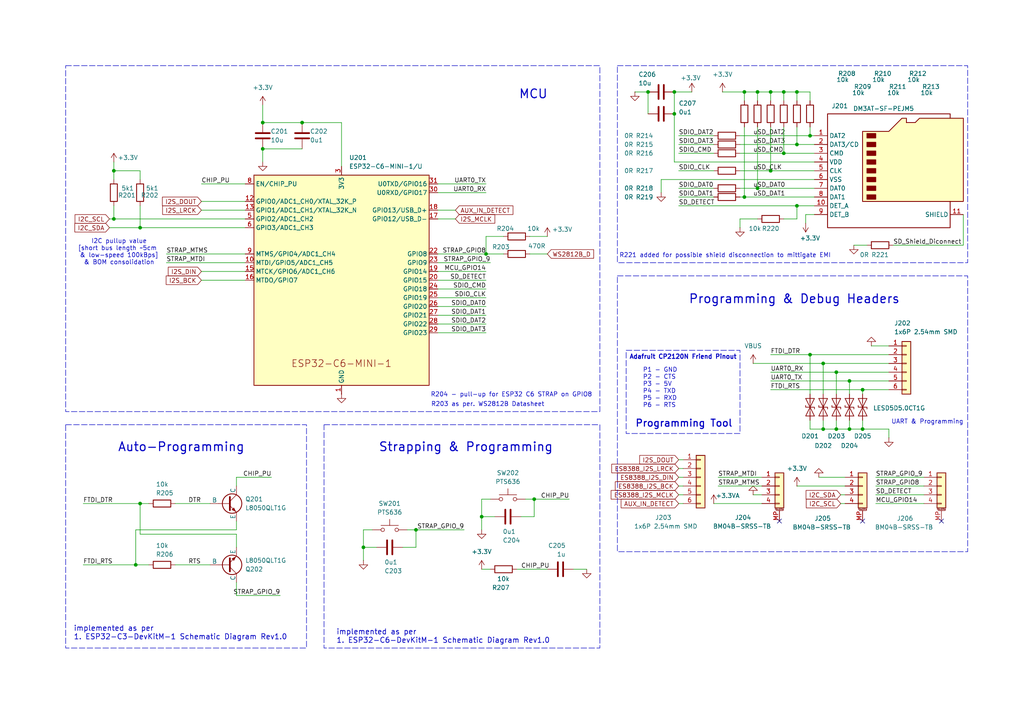
<source format=kicad_sch>
(kicad_sch (version 20231120) (generator "eeschema") (generator_version "8.0")
  (paper "A4")
  (title_block (title "BASM SOUNCARD DEV V0") (date "2025-05-06") (rev "2") (company "BUCHAREST APPLIED STEAM MUSEUM") (comment 1 "Swapped I2C SDA & SCL") (comment 2 "Rearranged Breakout Connectors (I2C & PWR)"))
  (junction (at 219.71 26.67))
  (junction (at 246.38 110.49))
  (junction (at 231.14 26.67))
  (junction (at 231.14 59.69))
  (junction (at 223.52 49.53))
  (junction (at 33.02 63.5))
  (junction (at 39.37 163.83))
  (junction (at 76.2 43.18))
  (junction (at 195.58 26.67))
  (junction (at 227.33 44.45))
  (junction (at 215.9 26.67))
  (junction (at 219.71 54.61))
  (junction (at 223.52 26.67))
  (junction (at 76.2 35.56))
  (junction (at 234.95 39.37))
  (junction (at 40.64 146.05))
  (junction (at 250.19 124.46))
  (junction (at 242.57 107.95))
  (junction (at 139.7 149.86))
  (junction (at 227.33 26.67))
  (junction (at 140.97 73.66))
  (junction (at 154.94 144.78))
  (junction (at 231.14 41.91))
  (junction (at 238.76 124.46))
  (junction (at 120.65 153.67))
  (junction (at 105.41 158.75))
  (junction (at 250.19 113.03))
  (junction (at 215.9 57.15))
  (junction (at 195.58 33.02))
  (junction (at 246.38 124.46))
  (junction (at 187.96 26.67))
  (junction (at 238.76 105.41))
  (junction (at 242.57 124.46))
  (junction (at 33.02 49.53))
  (junction (at 234.95 102.87))
  (junction (at 40.64 66.04))
  (junction (at 87.63 35.56))
  (no_connect (at 273.05 151.13))
  (no_connect (at 226.06 151.13))
  (no_connect (at 250.19 151.13))
  (wire (pts (xy 223.52 49.53) (xy 236.22 49.53)))
  (wire (pts (xy 196.85 133.35) (xy 198.12 133.35)))
  (wire (pts (xy 170.18 165.1) (xy 166.37 165.1)))
  (wire (pts (xy 33.02 63.5) (xy 71.12 63.5)))
  (wire (pts (xy 158.75 73.66) (xy 153.67 73.66)))
  (wire (pts (xy 31.75 63.5) (xy 33.02 63.5)))
  (wire (pts (xy 250.19 121.92) (xy 250.19 124.46)))
  (wire (pts (xy 233.68 62.23) (xy 236.22 62.23)))
  (wire (pts (xy 218.44 143.51) (xy 220.98 143.51)))
  (wire (pts (xy 191.77 55.88) (xy 191.77 52.07)))
  (wire (pts (xy 243.84 146.05) (xy 245.11 146.05)))
  (wire (pts (xy 259.08 71.12) (xy 279.4 71.12)))
  (wire (pts (xy 247.65 71.12) (xy 251.46 71.12)))
  (wire (pts (xy 207.01 146.05) (xy 220.98 146.05)))
  (wire (pts (xy 48.26 73.66) (xy 71.12 73.66)))
  (wire (pts (xy 127 60.96) (xy 132.08 60.96)))
  (wire (pts (xy 257.81 124.46) (xy 250.19 124.46)))
  (wire (pts (xy 234.95 36.83) (xy 234.95 39.37)))
  (wire (pts (xy 127 73.66) (xy 140.97 73.66)))
  (wire (pts (xy 158.75 165.1) (xy 149.86 165.1)))
  (wire (pts (xy 215.9 29.21) (xy 215.9 26.67)))
  (wire (pts (xy 33.02 59.69) (xy 33.02 63.5)))
  (wire (pts (xy 127 53.34) (xy 140.97 53.34)))
  (wire (pts (xy 140.97 73.66) (xy 146.05 73.66)))
  (wire (pts (xy 40.64 146.05) (xy 43.18 146.05)))
  (wire (pts (xy 243.84 143.51) (xy 245.11 143.51)))
  (wire (pts (xy 196.85 57.15) (xy 207.01 57.15)))
  (wire (pts (xy 223.52 29.21) (xy 223.52 26.67)))
  (wire (pts (xy 76.2 43.18) (xy 87.63 43.18)))
  (wire (pts (xy 140.97 68.58) (xy 140.97 73.66)))
  (wire (pts (xy 127 63.5) (xy 132.08 63.5)))
  (wire (pts (xy 99.06 35.56) (xy 87.63 35.56)))
  (wire (pts (xy 215.9 57.15) (xy 236.22 57.15)))
  (wire (pts (xy 40.64 59.69) (xy 40.64 66.04)))
  (wire (pts (xy 99.06 48.26) (xy 99.06 35.56)))
  (wire (pts (xy 227.33 63.5) (xy 231.14 63.5)))
  (wire (pts (xy 214.63 57.15) (xy 215.9 57.15)))
  (wire (pts (xy 58.42 53.34) (xy 71.12 53.34)))
  (wire (pts (xy 246.38 110.49) (xy 257.81 110.49)))
  (wire (pts (xy 127 55.88) (xy 140.97 55.88)))
  (wire (pts (xy 24.13 146.05) (xy 40.64 146.05)))
  (wire (pts (xy 223.52 107.95) (xy 242.57 107.95)))
  (wire (pts (xy 223.52 102.87) (xy 234.95 102.87)))
  (wire (pts (xy 231.14 63.5) (xy 231.14 59.69)))
  (wire (pts (xy 196.85 39.37) (xy 207.01 39.37)))
  (wire (pts (xy 234.95 26.67) (xy 231.14 26.67)))
  (wire (pts (xy 154.94 149.86) (xy 154.94 144.78)))
  (wire (pts (xy 231.14 59.69) (xy 236.22 59.69)))
  (wire (pts (xy 246.38 110.49) (xy 246.38 114.3)))
  (wire (pts (xy 40.64 66.04) (xy 71.12 66.04)))
  (wire (pts (xy 219.71 54.61) (xy 236.22 54.61)))
  (wire (pts (xy 139.7 149.86) (xy 139.7 153.67)))
  (wire (pts (xy 214.63 44.45) (xy 227.33 44.45)))
  (wire (pts (xy 234.95 39.37) (xy 236.22 39.37)))
  (wire (pts (xy 231.14 41.91) (xy 236.22 41.91)))
  (wire (pts (xy 196.85 41.91) (xy 207.01 41.91)))
  (wire (pts (xy 231.14 36.83) (xy 231.14 41.91)))
  (wire (pts (xy 196.85 140.97) (xy 198.12 140.97)))
  (wire (pts (xy 68.58 140.97) (xy 68.58 138.43)))
  (wire (pts (xy 127 76.2) (xy 142.24 76.2)))
  (wire (pts (xy 227.33 26.67) (xy 223.52 26.67)))
  (wire (pts (xy 127 86.36) (xy 140.97 86.36)))
  (wire (pts (xy 227.33 36.83) (xy 227.33 44.45)))
  (wire (pts (xy 196.85 44.45) (xy 207.01 44.45)))
  (wire (pts (xy 195.58 26.67) (xy 195.58 33.02)))
  (wire (pts (xy 48.26 76.2) (xy 71.12 76.2)))
  (wire (pts (xy 39.37 163.83) (xy 43.18 163.83)))
  (wire (pts (xy 214.63 54.61) (xy 219.71 54.61)))
  (wire (pts (xy 68.58 151.13) (xy 68.58 153.67)))
  (wire (pts (xy 234.95 121.92) (xy 234.95 124.46)))
  (wire (pts (xy 219.71 36.83) (xy 219.71 54.61)))
  (wire (pts (xy 116.84 158.75) (xy 120.65 158.75)))
  (wire (pts (xy 242.57 107.95) (xy 242.57 114.3)))
  (wire (pts (xy 33.02 49.53) (xy 40.64 49.53)))
  (wire (pts (xy 214.63 63.5) (xy 219.71 63.5)))
  (wire (pts (xy 215.9 36.83) (xy 215.9 57.15)))
  (wire (pts (xy 214.63 49.53) (xy 223.52 49.53)))
  (wire (pts (xy 242.57 107.95) (xy 257.81 107.95)))
  (wire (pts (xy 214.63 39.37) (xy 234.95 39.37)))
  (wire (pts (xy 196.85 135.89) (xy 198.12 135.89)))
  (wire (pts (xy 238.76 105.41) (xy 238.76 114.3)))
  (wire (pts (xy 254 140.97) (xy 267.97 140.97)))
  (wire (pts (xy 50.8 146.05) (xy 60.96 146.05)))
  (wire (pts (xy 187.96 26.67) (xy 187.96 33.02)))
  (wire (pts (xy 196.85 143.51) (xy 198.12 143.51)))
  (wire (pts (xy 195.58 46.99) (xy 236.22 46.99)))
  (wire (pts (xy 139.7 149.86) (xy 143.51 149.86)))
  (wire (pts (xy 146.05 68.58) (xy 140.97 68.58)))
  (wire (pts (xy 105.41 153.67) (xy 107.95 153.67)))
  (wire (pts (xy 76.2 43.18) (xy 76.2 46.99)))
  (wire (pts (xy 68.58 138.43) (xy 78.74 138.43)))
  (wire (pts (xy 257.81 124.46) (xy 257.81 127)))
  (wire (pts (xy 246.38 124.46) (xy 242.57 124.46)))
  (wire (pts (xy 127 88.9) (xy 140.97 88.9)))
  (wire (pts (xy 234.95 29.21) (xy 234.95 26.67)))
  (wire (pts (xy 40.64 154.94) (xy 40.64 146.05)))
  (wire (pts (xy 254 146.05) (xy 267.97 146.05)))
  (wire (pts (xy 246.38 121.92) (xy 246.38 124.46)))
  (wire (pts (xy 58.42 60.96) (xy 71.12 60.96)))
  (wire (pts (xy 33.02 52.07) (xy 33.02 49.53)))
  (wire (pts (xy 120.65 153.67) (xy 134.62 153.67)))
  (wire (pts (xy 105.41 158.75) (xy 105.41 153.67)))
  (wire (pts (xy 120.65 153.67) (xy 118.11 153.67)))
  (wire (pts (xy 223.52 110.49) (xy 246.38 110.49)))
  (wire (pts (xy 127 91.44) (xy 140.97 91.44)))
  (wire (pts (xy 187.96 26.67) (xy 184.15 26.67)))
  (wire (pts (xy 223.52 26.67) (xy 219.71 26.67)))
  (wire (pts (xy 215.9 26.67) (xy 209.55 26.67)))
  (wire (pts (xy 58.42 81.28) (xy 71.12 81.28)))
  (wire (pts (xy 196.85 49.53) (xy 207.01 49.53)))
  (wire (pts (xy 254 143.51) (xy 267.97 143.51)))
  (wire (pts (xy 238.76 105.41) (xy 257.81 105.41)))
  (wire (pts (xy 250.19 113.03) (xy 250.19 114.3)))
  (wire (pts (xy 219.71 26.67) (xy 215.9 26.67)))
  (wire (pts (xy 279.4 71.12) (xy 279.4 62.23)))
  (wire (pts (xy 234.95 102.87) (xy 257.81 102.87)))
  (wire (pts (xy 227.33 44.45) (xy 236.22 44.45)))
  (wire (pts (xy 39.37 153.67) (xy 39.37 163.83)))
  (wire (pts (xy 227.33 29.21) (xy 227.33 26.67)))
  (wire (pts (xy 234.95 102.87) (xy 234.95 114.3)))
  (wire (pts (xy 68.58 154.94) (xy 40.64 154.94)))
  (wire (pts (xy 127 81.28) (xy 140.97 81.28)))
  (wire (pts (xy 154.94 144.78) (xy 152.4 144.78)))
  (wire (pts (xy 231.14 26.67) (xy 227.33 26.67)))
  (wire (pts (xy 237.49 138.43) (xy 245.11 138.43)))
  (wire (pts (xy 223.52 113.03) (xy 250.19 113.03)))
  (wire (pts (xy 120.65 158.75) (xy 120.65 153.67)))
  (wire (pts (xy 234.95 124.46) (xy 238.76 124.46)))
  (wire (pts (xy 40.64 52.07) (xy 40.64 49.53)))
  (wire (pts (xy 214.63 41.91) (xy 231.14 41.91)))
  (wire (pts (xy 76.2 35.56) (xy 87.63 35.56)))
  (wire (pts (xy 250.19 113.03) (xy 257.81 113.03)))
  (wire (pts (xy 252.73 100.33) (xy 257.81 100.33)))
  (wire (pts (xy 195.58 46.99) (xy 195.58 33.02)))
  (wire (pts (xy 208.28 140.97) (xy 220.98 140.97)))
  (wire (pts (xy 105.41 158.75) (xy 109.22 158.75)))
  (wire (pts (xy 196.85 146.05) (xy 198.12 146.05)))
  (wire (pts (xy 68.58 158.75) (xy 68.58 154.94)))
  (wire (pts (xy 127 93.98) (xy 140.97 93.98)))
  (wire (pts (xy 58.42 58.42) (xy 71.12 58.42)))
  (wire (pts (xy 196.85 138.43) (xy 198.12 138.43)))
  (wire (pts (xy 24.13 163.83) (xy 39.37 163.83)))
  (wire (pts (xy 127 83.82) (xy 140.97 83.82)))
  (wire (pts (xy 139.7 165.1) (xy 142.24 165.1)))
  (wire (pts (xy 68.58 153.67) (xy 39.37 153.67)))
  (wire (pts (xy 139.7 144.78) (xy 142.24 144.78)))
  (wire (pts (xy 250.19 124.46) (xy 246.38 124.46)))
  (wire (pts (xy 196.85 59.69) (xy 231.14 59.69)))
  (wire (pts (xy 105.41 158.75) (xy 105.41 162.56)))
  (wire (pts (xy 214.63 66.04) (xy 214.63 63.5)))
  (wire (pts (xy 231.14 29.21) (xy 231.14 26.67)))
  (wire (pts (xy 208.28 138.43) (xy 220.98 138.43)))
  (wire (pts (xy 154.94 144.78) (xy 165.1 144.78)))
  (wire (pts (xy 139.7 149.86) (xy 139.7 144.78)))
  (wire (pts (xy 200.66 26.67) (xy 195.58 26.67)))
  (wire (pts (xy 196.85 54.61) (xy 207.01 54.61)))
  (wire (pts (xy 68.58 172.72) (xy 81.28 172.72)))
  (wire (pts (xy 127 78.74) (xy 140.97 78.74)))
  (wire (pts (xy 254 138.43) (xy 267.97 138.43)))
  (wire (pts (xy 231.14 140.97) (xy 245.11 140.97)))
  (wire (pts (xy 127 96.52) (xy 140.97 96.52)))
  (wire (pts (xy 242.57 121.92) (xy 242.57 124.46)))
  (wire (pts (xy 31.75 66.04) (xy 40.64 66.04)))
  (wire (pts (xy 233.68 64.77) (xy 233.68 62.23)))
  (wire (pts (xy 238.76 124.46) (xy 242.57 124.46)))
  (wire (pts (xy 238.76 121.92) (xy 238.76 124.46)))
  (wire (pts (xy 58.42 78.74) (xy 71.12 78.74)))
  (wire (pts (xy 68.58 168.91) (xy 68.58 172.72)))
  (wire (pts (xy 153.67 68.58) (xy 158.75 68.58)))
  (wire (pts (xy 151.13 149.86) (xy 154.94 149.86)))
  (wire (pts (xy 218.44 105.41) (xy 238.76 105.41)))
  (wire (pts (xy 191.77 52.07) (xy 236.22 52.07)))
  (wire (pts (xy 223.52 36.83) (xy 223.52 49.53)))
  (wire (pts (xy 50.8 163.83) (xy 60.96 163.83)))
  (wire (pts (xy 76.2 30.48) (xy 76.2 35.56)))
  (wire (pts (xy 219.71 29.21) (xy 219.71 26.67)))
  (wire (pts (xy 33.02 46.99) (xy 33.02 49.53)))
  (rectangle (start 179.07 80.01) (end 280.67 160.02) (stroke (width 0) (type dash)))
  (rectangle (start 181.61 101.6) (end 214.63 125.73) (stroke (width 0) (type dash)))
  (rectangle (start 19.05 19.05) (end 173.99 119.38) (stroke (width 0) (type dash)))
  (rectangle (start 93.98 123.19) (end 173.99 187.96) (stroke (width 0) (type dash)))
  (rectangle (start 179.07 19.05) (end 280.67 76.2) (stroke (width 0) (type dash)))
  (rectangle (start 19.05 123.19) (end 88.9 187.96) (stroke (width 0) (type dash)))
  (text "R203 as per. WS2812B Datasheet\n" (at 141.478 117.348 0) (effects (font (size 1.27 1.27))))
  (text "Adafruit CP2120N Friend Pinout" (at 198.12 103.632 0) (effects (font (size 1.27 1.27) (thickness 0.254) (bold yes))))
  (text "Programming & Debug Headers\n" (at 230.378 86.868 0) (effects (font (size 2.54 2.54) (thickness 0.3175))))
  (text "R221 added for possible shield disconnection to mittigate EMI" (at 210.312 74.168 0) (effects (font (size 1.27 1.27))))
  (text "implemented as per \n1. ESP32-C6-DevKitM-1 Schematic Diagram Rev1.0" (at 97.536 184.658 0) (effects (font (size 1.524 1.524) (thickness 0.1905)) (justify left)))
  (text "UART & Programming" (at 268.986 122.428 0) (effects (font (size 1.27 1.27))))
  (text "Strapping & Programming" (at 135.128 129.794 0) (effects (font (size 2.54 2.54) (thickness 0.3175))))
  (text "R204 - pull-up for ESP32 C6 STRAP on GPIO8\n" (at 148.336 114.554 0) (effects (font (size 1.27 1.27))))
  (text "P1 - GND \nP2 - CTS\nP3 - 5V  \nP4 - TXD \nP5 - RXD \nP6 - RTS " (at 186.436 112.522 0) (effects (font (size 1.27 1.27)) (justify left)))
  (text "I2C pullup value\n[short bus length ~5cm \n& low-speed 100kBps]\n& BOM consolidation" (at 34.544 73.152 0) (effects (font (size 1.27 1.27))))
  (text "MCU" (at 154.686 27.432 0) (effects (font (size 2.54 2.54) (thickness 0.3175))))
  (text "Programming Tool" (at 198.374 122.936 0) (effects (font (size 2.032 2.032) (thickness 0.3175))))
  (text "implemented as per \n1. ESP32-C3-DevKitM-1 Schematic Diagram Rev1.0" (at 21.336 183.642 0) (effects (font (size 1.524 1.524) (thickness 0.1905)) (justify left)))
  (text "Auto-Programming" (at 52.578 129.794 0) (effects (font (size 2.54 2.54) (thickness 0.3175))))
  (label "STRAP_GPIO8" (at 254 140.97 0))
  (label "SDIO_CLK" (at 196.85 49.53 0))
  (label "UART0_TX" (at 140.97 53.34 180))
  (label "MCU_GPIO14" (at 254 146.05 0))
  (label "SD_Shield_Diconnect" (at 259.08 71.12 0))
  (label "SD_DETECT" (at 196.85 59.69 0))
  (label "SDIO_DAT0" (at 196.85 54.61 0))
  (label "STRAP_MTMS" (at 208.28 140.97 0))
  (label "FTDI_RTS" (at 223.52 113.03 0))
  (label "STRAP_GPIO_9" (at 142.24 76.2 180))
  (label "uSD_DAT0" (at 218.44 54.61 0))
  (label "SDIO_DAT2" (at 140.97 93.98 180))
  (label "uSD_CLK" (at 218.44 49.53 0))
  (label "SDIO_CMD" (at 196.85 44.45 0))
  (label "CHIP_PU" (at 151.13 165.1 0))
  (label "UART0_TX" (at 223.52 110.49 0))
  (label "uSD_DAT1" (at 218.44 57.15 0))
  (label "SD_DETECT" (at 140.97 81.28 180))
  (label "FTDI_RTS" (at 24.13 163.83 0))
  (label "SDIO_DAT0" (at 140.97 88.9 180))
  (label "uSD_DAT2" (at 218.44 39.37 0))
  (label "STRAP_GPIO_9" (at 254 138.43 0))
  (label "SDIO_DAT3" (at 140.97 96.52 180))
  (label "uSD_DAT3" (at 218.44 41.91 0))
  (label "SDIO_DAT1" (at 196.85 57.15 0))
  (label "CHIP_PU" (at 58.42 53.34 0))
  (label "SDIO_CLK" (at 140.97 86.36 180))
  (label "SDIO_DAT1" (at 140.97 91.44 180))
  (label "uSD_CMD" (at 218.44 44.45 0))
  (label "CHIP_PU" (at 78.74 138.43 180))
  (label "UART0_RX" (at 223.52 107.95 0))
  (label "STRAP_GPIO8" (at 140.97 73.66 180))
  (label "SDIO_DAT2" (at 196.85 39.37 0))
  (label "STRAP_GPIO_9" (at 134.62 153.67 180))
  (label "CHIP_PU" (at 165.1 144.78 180))
  (label "FTDI_DTR" (at 223.52 102.87 0))
  (label "FTDI_DTR" (at 24.13 146.05 0))
  (label "SD_DETECT" (at 254 143.51 0))
  (label "STRAP_GPIO_9" (at 81.28 172.72 180))
  (label "STRAP_MTDI" (at 208.28 138.43 0))
  (label "MCU_GPIO14" (at 140.97 78.74 180))
  (label "RTS" (at 54.61 163.83 0))
  (label "UART0_RX" (at 140.97 55.88 180))
  (label "DTR" (at 54.61 146.05 0))
  (label "SDIO_DAT3" (at 196.85 41.91 0))
  (label "SDIO_CMD" (at 140.97 83.82 180))
  (label "STRAP_MTDI" (at 48.26 76.2 0))
  (label "STRAP_MTMS" (at 48.26 73.66 0))
  (global_label "WS2812B_D" (shape input) (at 158.75 73.66 0) (property "Intersheetrefs" "${INTERSHEET_REFS}" (effects (hide yes))))
  (global_label "I2S_MCLK" (shape input) (at 132.08 63.5 0) (property "Intersheetrefs" "${INTERSHEET_REFS}" (effects (hide yes))))
  (global_label "AUX_IN_DETECT" (shape input) (at 196.85 146.05 180) (property "Intersheetrefs" "${INTERSHEET_REFS}" (effects (hide yes))))
  (global_label "I2C_SCL" (shape input) (at 243.84 146.05 180) (property "Intersheetrefs" "${INTERSHEET_REFS}" (effects (hide yes))))
  (global_label "ES8388_I2S_DIN" (shape input) (at 196.85 138.43 180) (property "Intersheetrefs" "${INTERSHEET_REFS}" (effects (hide yes))))
  (global_label "I2S_BCK" (shape input) (at 58.42 81.28 180) (property "Intersheetrefs" "${INTERSHEET_REFS}" (effects (hide yes))))
  (global_label "ES8388_I2S_LRCK" (shape input) (at 196.85 135.89 180) (property "Intersheetrefs" "${INTERSHEET_REFS}" (effects (hide yes))))
  (global_label "I2C_SCL" (shape input) (at 31.75 63.5 180) (property "Intersheetrefs" "${INTERSHEET_REFS}" (effects (hide yes))))
  (global_label "I2S_LRCK" (shape input) (at 58.42 60.96 180) (property "Intersheetrefs" "${INTERSHEET_REFS}" (effects (hide yes))))
  (global_label "ES8388_I2S_BCK" (shape input) (at 196.85 140.97 180) (property "Intersheetrefs" "${INTERSHEET_REFS}" (effects (hide yes))))
  (global_label "I2C_SDA" (shape input) (at 31.75 66.04 180) (property "Intersheetrefs" "${INTERSHEET_REFS}" (effects (hide yes))))
  (global_label "AUX_IN_DETECT" (shape input) (at 132.08 60.96 0) (property "Intersheetrefs" "${INTERSHEET_REFS}" (effects (hide yes))))
  (global_label "I2S_DOUT" (shape input) (at 196.85 133.35 180) (property "Intersheetrefs" "${INTERSHEET_REFS}" (effects (hide yes))))
  (global_label "I2S_DIN" (shape input) (at 58.42 78.74 180) (property "Intersheetrefs" "${INTERSHEET_REFS}" (effects (hide yes))))
  (global_label "I2C_SDA" (shape input) (at 243.84 143.51 180) (property "Intersheetrefs" "${INTERSHEET_REFS}" (effects (hide yes))))
  (global_label "ES8388_I2S_MCLK" (shape input) (at 196.85 143.51 180) (property "Intersheetrefs" "${INTERSHEET_REFS}" (effects (hide yes))))
  (global_label "I2S_DOUT" (shape input) (at 58.42 58.42 180) (property "Intersheetrefs" "${INTERSHEET_REFS}" (effects (hide yes))))
  (symbol (lib_id "power:+3.3V") (at 231.14 140.97 0) (unit 1)
    (property "Reference" "#PWR032" (effects (hide yes)))
    (property "Value" "+3.3V" (at 231.14 135.89 0))
    (property "Description" "Power symbol creates a global label with name \"+3.3V\"" (effects (hide yes)))
  )
  (symbol (lib_id "power:+3.3V") (at 200.66 26.67 0) (unit 1)
    (property "Reference" "#PWR027" (effects (hide yes)))
    (property "Value" "+3.3V" (at 197.358 22.606 0) (effects (justify left)))
    (property "Description" "Power symbol creates a global label with name \"+3.3V\"" (effects (hide yes)))
  )
  (symbol (lib_id "power:GND") (at 184.15 26.67 0) (unit 1)
    (property "Reference" "#PWR025" (effects (hide yes)))
    (property "Value" "GND" (effects (hide yes)))
    (property "Description" "Power symbol creates a global label with name \"GND\" , ground" (effects (hide yes)))
  )
  (symbol (lib_id "power:GND") (at 247.65 71.12 0) (unit 1)
    (property "Reference" "#PWR036" (effects (hide yes)))
    (property "Value" "GND" (effects (hide yes)))
    (property "Description" "Power symbol creates a global label with name \"GND\" , ground" (effects (hide yes)))
  )
  (symbol (lib_id "Connector_Generic_MountingPin:Conn_01x04_MountingPin") (at 226.06 140.97 0) (unit 1)
    (property "Reference" "J204" (at 213.106 150.114 0) (effects (justify left)))
    (property "Value" "BM04B-SRSS-TB" (at 206.756 152.654 0) (effects (justify left)))
    (property "Footprint" "Connector_JST:JST_SH_BM04B-SRSS-TB_1x04-1MP_P1.00mm_Vertical" (effects (hide yes)))
    (property "Description" "Generic connectable mounting pin connector, single row, 01x04, script generated (kicad-library-utils/schlib/autogen/connector/)" (effects (hide yes)))
    (property "JLCPCB Link" "https://jlcpcb.com/partdetail/Jst-BM04B_SRSS_TB_LF_SN/C160390" (effects (hide yes)))
    (property "Manufacturer" "JST" (effects (hide yes)))
    (property "Manufacturer P/N" "BM04B-SRSS-TB(LF)(SN)" (effects (hide yes)))
  )
  (symbol (lib_id "Device:C") (at 147.32 149.86 270) (unit 1)
    (property "Reference" "C204" (at 145.796 156.718 90) (effects (justify left)))
    (property "Value" "0u1" (at 145.796 154.178 90) (effects (justify left)))
    (property "Footprint" "Capacitor_SMD:C_0402_1005Metric" (effects (hide yes)))
    (property "Description" "Unpolarized capacitor" (effects (hide yes)))
    (property "JLCPCB Link" "https://jlcpcb.com/partdetail/1877-CL05B104KO5NNNC/C1525" (effects (hide yes)))
    (property "Manufacturer" "Samsung Electro-Mechanics " (effects (hide yes)))
    (property "Manufacturer P/N" "CL05B104KO5NNNC" (effects (hide yes)))
  )
  (symbol (lib_id "Device:C") (at 191.77 26.67 270) (unit 1)
    (property "Reference" "C206" (at 185.166 21.59 90) (effects (justify left)))
    (property "Value" "10u" (at 185.166 24.13 90) (effects (justify left)))
    (property "Footprint" "Capacitor_SMD:C_0603_1608Metric" (effects (hide yes)))
    (property "Description" "Unpolarized capacitor" (effects (hide yes)))
    (property "JLCPCB Link" "https://jlcpcb.com/partdetail/2043-CL10A106MQ8NNNC/C1691" (effects (hide yes)))
    (property "Manufacturer" "Samsung Electro-Mechanics " (effects (hide yes)))
    (property "Manufacturer P/N" "CL10A106MQ8NNNC" (effects (hide yes)))
  )
  (symbol (lib_id "power:GND") (at 170.18 165.1 0) (unit 1)
    (property "Reference" "#PWR024" (effects (hide yes)))
    (property "Value" "GND" (effects (hide yes)))
    (property "Description" "Power symbol creates a global label with name \"GND\" , ground" (effects (hide yes)))
  )
  (symbol (lib_id "Device:C") (at 191.77 33.02 270) (unit 1)
    (property "Reference" "C207" (at 196.85 29.972 90) (effects (justify left)))
    (property "Value" "0u1" (at 196.85 32.512 90) (effects (justify left)))
    (property "Footprint" "Capacitor_SMD:C_0402_1005Metric" (effects (hide yes)))
    (property "Description" "Unpolarized capacitor" (effects (hide yes)))
    (property "JLCPCB Link" "https://jlcpcb.com/partdetail/1877-CL05B104KO5NNNC/C1525" (effects (hide yes)))
    (property "Manufacturer" "Samsung Electro-Mechanics " (effects (hide yes)))
    (property "Manufacturer P/N" "CL05B104KO5NNNC" (effects (hide yes)))
  )
  (symbol (lib_id "Diode:ESD9B5.0ST5G") (at 238.76 118.11 90) (unit 1)
    (property "Reference" "D202" (at 236.22 129.286 90) (effects (justify right)))
    (property "Value" "LESD5D5.0CT1G" (effects (hide yes)))
    (property "Footprint" "Diode_SMD:D_SOD-523" (effects (hide yes)))
    (property "Datasheet" "https://www.onsemi.com/pub/Collateral/ESD9B-D.PDF" (effects (hide yes)))
    (property "Description" "ESD protection diode, 5.0Vrwm, SOD-923" (effects (hide yes)))
    (property "JLCPCB Link" "https://jlcpcb.com/partdetail/LRC-LESD5D50CT1G/C383211" (effects (hide yes)))
    (property "Manufacturer" "LRC" (effects (hide yes)))
    (property "Manufacturer P/N" "LESD5D5.0CT1G" (effects (hide yes)))
  )
  (symbol (lib_id "power:GND") (at 257.81 127 0) (mirror y) (unit 1)
    (property "Reference" "#PWR038" (effects (hide yes)))
    (property "Value" "GND" (effects (hide yes)))
    (property "Description" "Power symbol creates a global label with name \"GND\" , ground" (effects (hide yes)))
  )
  (symbol (lib_id "Device:R") (at 210.82 54.61 270) (unit 1)
    (property "Reference" "R218" (at 186.944 54.61 90))
    (property "Value" "0R" (at 182.372 54.61 90))
    (property "Footprint" "Resistor_SMD:R_0603_1608Metric" (effects (hide yes)))
    (property "Description" "Resistor" (effects (hide yes)))
    (property "JLCPCB Link" "https://jlcpcb.com/partdetail/16080-0603WAJ0000T5E/C15402" (effects (hide yes)))
    (property "Manufacturer" "UNI-ROYAL(Uniroyal Elec) " (effects (hide yes)))
    (property "Manufacturer P/N" "0603WAJ0000T5E" (effects (hide yes)))
  )
  (symbol (lib_id "power:+3.3V") (at 76.2 30.48 0) (unit 1)
    (property "Reference" "#PWR017" (effects (hide yes)))
    (property "Value" "+3.3V" (at 76.2 25.4 0))
    (property "Description" "Power symbol creates a global label with name \"+3.3V\"" (effects (hide yes)))
  )
  (symbol (lib_id "Device:C") (at 113.03 158.75 270) (unit 1)
    (property "Reference" "C203" (at 111.506 165.608 90) (effects (justify left)))
    (property "Value" "0u1" (at 111.506 163.068 90) (effects (justify left)))
    (property "Footprint" "Capacitor_SMD:C_0402_1005Metric" (effects (hide yes)))
    (property "Description" "Unpolarized capacitor" (effects (hide yes)))
    (property "JLCPCB Link" "https://jlcpcb.com/partdetail/1877-CL05B104KO5NNNC/C1525" (effects (hide yes)))
    (property "Manufacturer" "Samsung Electro-Mechanics " (effects (hide yes)))
    (property "Manufacturer P/N" "CL05B104KO5NNNC" (effects (hide yes)))
  )
  (symbol (lib_id "Device:R") (at 149.86 73.66 270) (unit 1)
    (property "Reference" "R203" (at 145.288 71.628 90))
    (property "Value" "470R" (at 155.702 71.374 90))
    (property "Footprint" "Resistor_SMD:R_0402_1005Metric" (effects (hide yes)))
    (property "Description" "Resistor" (effects (hide yes)))
    (property "JLCPCB Link" "https://jlcpcb.com/partdetail/25860-0402WGF4700TCE/C25117" (effects (hide yes)))
    (property "Manufacturer" "UNI-ROYAL(Uniroyal Elec) " (effects (hide yes)))
    (property "Manufacturer P/N" "0402WGF4700TCE" (effects (hide yes)))
  )
  (symbol (lib_id "Diode:ESD9B5.0ST5G") (at 234.95 118.11 90) (unit 1)
    (property "Reference" "D201" (at 232.41 126.492 90) (effects (justify right)))
    (property "Value" "LESD5D5.0CT1G" (at 253.238 118.364 90) (effects (justify right)))
    (property "Footprint" "Diode_SMD:D_SOD-523" (effects (hide yes)))
    (property "Datasheet" "https://www.onsemi.com/pub/Collateral/ESD9B-D.PDF" (effects (hide yes)))
    (property "Description" "ESD protection diode, 5.0Vrwm, SOD-923" (effects (hide yes)))
    (property "JLCPCB Link" "https://jlcpcb.com/partdetail/LRC-LESD5D50CT1G/C383211" (effects (hide yes)))
    (property "Manufacturer" "LRC" (effects (hide yes)))
    (property "Manufacturer P/N" "LESD5D5.0CT1G" (effects (hide yes)))
  )
  (symbol (lib_id "power:+3.3V") (at 233.68 64.77 180) (unit 1)
    (property "Reference" "#PWR035" (effects (hide yes)))
    (property "Value" "+3.3V" (at 234.95 69.088 0))
    (property "Description" "Power symbol creates a global label with name \"+3.3V\"" (effects (hide yes)))
  )
  (symbol (lib_id "power:GND") (at 237.49 138.43 0) (mirror x) (unit 1)
    (property "Reference" "#PWR098" (effects (hide yes)))
    (property "Value" "GND" (effects (hide yes)))
    (property "Description" "Power symbol creates a global label with name \"GND\" , ground" (effects (hide yes)))
  )
  (symbol (lib_id "Device:R") (at 210.82 57.15 270) (unit 1)
    (property "Reference" "R219" (at 186.944 57.15 90))
    (property "Value" "0R" (at 182.372 57.15 90))
    (property "Footprint" "Resistor_SMD:R_0603_1608Metric" (effects (hide yes)))
    (property "Description" "Resistor" (effects (hide yes)))
    (property "JLCPCB Link" "https://jlcpcb.com/partdetail/16080-0603WAJ0000T5E/C15402" (effects (hide yes)))
    (property "Manufacturer" "UNI-ROYAL(Uniroyal Elec) " (effects (hide yes)))
    (property "Manufacturer P/N" "0603WAJ0000T5E" (effects (hide yes)))
  )
  (symbol (lib_id "Device:R") (at 33.02 55.88 0) (unit 1)
    (property "Reference" "R201" (at 39.37 56.642 0) (effects (justify right)))
    (property "Value" "5k1" (at 38.862 54.61 0) (effects (justify right)))
    (property "Footprint" "Resistor_SMD:R_0402_1005Metric" (effects (hide yes)))
    (property "Description" "Resistor" (effects (hide yes)))
    (property "JLCPCB Link" "https://jlcpcb.com/partdetail/26648-0402WGF5101TCE/C25905" (effects (hide yes)))
    (property "Manufacturer" "UNI-ROYAL(Uniroyal Elec) " (effects (hide yes)))
    (property "Manufacturer P/N" "0402WGF5101TCE" (effects (hide yes)))
  )
  (symbol (lib_id "Connector_Generic:Conn_01x06") (at 203.2 138.43 0) (unit 1)
    (property "Reference" "J203" (at 189.992 150.114 0) (effects (justify left)))
    (property "Value" "1x6P 2.54mm SMD" (at 183.896 152.654 0) (effects (justify left)))
    (property "Footprint" "Connector_PinHeader_2.54mm:PinHeader_1x06_P2.54mm_Vertical_SMD_Pin1Right" (effects (hide yes)))
    (property "Description" "Generic connector, single row, 01x06, script generated (kicad-library-utils/schlib/autogen/connector/)" (effects (hide yes)))
    (property "JLCPCB Link" "https://jlcpcb.com/partdetail/XkbConnection-X6511WVS_06HC60D48R1/C2883803" (effects (hide yes)))
    (property "Manufacturer" "XKB Connection " (effects (hide yes)))
    (property "Manufacturer P/N" "X6511WVS-06H-C60D48R1" (effects (hide yes)))
  )
  (symbol (lib_id "power:GND") (at 139.7 153.67 0) (unit 1)
    (property "Reference" "#PWR021" (effects (hide yes)))
    (property "Value" "GND" (effects (hide yes)))
    (property "Description" "Power symbol creates a global label with name \"GND\" , ground" (effects (hide yes)))
  )
  (symbol (lib_id "Device:R") (at 219.71 33.02 180) (unit 1)
    (property "Reference" "R209" (at 247.65 25.146 0) (effects (justify right)))
    (property "Value" "10k" (at 247.142 26.924 0) (effects (justify right)))
    (property "Footprint" "Resistor_SMD:R_0402_1005Metric" (effects (hide yes)))
    (property "Description" "Resistor" (effects (hide yes)))
    (property "JLCPCB Link" "https://jlcpcb.com/partdetail/26487-0402WGF1002TCE/C25744" (effects (hide yes)))
    (property "Manufacturer" "UNI-ROYAL(Uniroyal Elec) " (effects (hide yes)))
    (property "Manufacturer P/N" "0402WGF1002TCE" (effects (hide yes)))
  )
  (symbol (lib_id "Diode:ESD9B5.0ST5G") (at 246.38 118.11 90) (unit 1)
    (property "Reference" "D204" (at 243.84 129.286 90) (effects (justify right)))
    (property "Value" "LESD5D5.0CT1G" (effects (hide yes)))
    (property "Footprint" "Diode_SMD:D_SOD-523" (effects (hide yes)))
    (property "Datasheet" "https://www.onsemi.com/pub/Collateral/ESD9B-D.PDF" (effects (hide yes)))
    (property "Description" "ESD protection diode, 5.0Vrwm, SOD-923" (effects (hide yes)))
    (property "JLCPCB Link" "https://jlcpcb.com/partdetail/LRC-LESD5D50CT1G/C383211" (effects (hide yes)))
    (property "Manufacturer" "LRC" (effects (hide yes)))
    (property "Manufacturer P/N" "LESD5D5.0CT1G" (effects (hide yes)))
  )
  (symbol (lib_id "Device:R") (at 210.82 49.53 270) (unit 1)
    (property "Reference" "R217" (at 186.944 49.53 90))
    (property "Value" "0R" (at 182.372 49.53 90))
    (property "Footprint" "Resistor_SMD:R_0603_1608Metric" (effects (hide yes)))
    (property "Description" "Resistor" (effects (hide yes)))
    (property "JLCPCB Link" "https://jlcpcb.com/partdetail/16080-0603WAJ0000T5E/C15402" (effects (hide yes)))
    (property "Manufacturer" "UNI-ROYAL(Uniroyal Elec) " (effects (hide yes)))
    (property "Manufacturer P/N" "0603WAJ0000T5E" (effects (hide yes)))
  )
  (symbol (lib_id "Simulation_SPICE:NPN") (at 66.04 146.05 0) (unit 1)
    (property "Reference" "Q201" (at 71.12 144.7799 0) (effects (justify left)))
    (property "Value" "L8050QLT1G" (at 71.12 147.3199 0) (effects (justify left)))
    (property "Footprint" "Package_TO_SOT_SMD:SOT-23" (effects (hide yes)))
    (property "Datasheet" "https://ngspice.sourceforge.io/docs/ngspice-html-manual/manual.xhtml#cha_BJTs" (effects (hide yes)))
    (property "Description" "Bipolar transistor symbol for simulation only, substrate tied to the emitter" (effects (hide yes)))
    (property "Sim.Device" "NPN" (effects (hide yes)))
    (property "Sim.Type" "GUMMELPOON" (effects (hide yes)))
    (property "Sim.Pins" "1=C 2=B 3=E" (effects (hide yes)))
    (property "JLCPCB Link" "https://jlcpcb.com/partdetail/Lrc-L8050QLT1G/C49581" (effects (hide yes)))
    (property "Manufacturer" "LRC " (effects (hide yes)))
    (property "Manufacturer P/N" "L8050QLT1G" (effects (hide yes)))
  )
  (symbol (lib_id "Device:R") (at 234.95 33.02 180) (unit 1)
    (property "Reference" "R213" (at 267.462 25.146 0) (effects (justify right)))
    (property "Value" "10k" (at 266.954 26.924 0) (effects (justify right)))
    (property "Footprint" "Resistor_SMD:R_0402_1005Metric" (effects (hide yes)))
    (property "Description" "Resistor" (effects (hide yes)))
    (property "JLCPCB Link" "https://jlcpcb.com/partdetail/26487-0402WGF1002TCE/C25744" (effects (hide yes)))
    (property "Manufacturer" "UNI-ROYAL(Uniroyal Elec) " (effects (hide yes)))
    (property "Manufacturer P/N" "0402WGF1002TCE" (effects (hide yes)))
  )
  (symbol (lib_id "Device:R") (at 210.82 39.37 270) (unit 1)
    (property "Reference" "R214" (at 186.944 39.37 90))
    (property "Value" "0R" (at 182.372 39.37 90))
    (property "Footprint" "Resistor_SMD:R_0603_1608Metric" (effects (hide yes)))
    (property "Description" "Resistor" (effects (hide yes)))
    (property "JLCPCB Link" "https://jlcpcb.com/partdetail/16080-0603WAJ0000T5E/C15402" (effects (hide yes)))
    (property "Manufacturer" "UNI-ROYAL(Uniroyal Elec) " (effects (hide yes)))
    (property "Manufacturer P/N" "0603WAJ0000T5E" (effects (hide yes)))
  )
  (symbol (lib_id "Device:R") (at 223.52 63.5 270) (unit 1)
    (property "Reference" "R220" (at 223.52 66.294 90))
    (property "Value" "10k" (at 218.948 66.294 90))
    (property "Footprint" "Resistor_SMD:R_0402_1005Metric" (effects (hide yes)))
    (property "Description" "Resistor" (effects (hide yes)))
    (property "JLCPCB Link" "https://jlcpcb.com/partdetail/26487-0402WGF1002TCE/C25744" (effects (hide yes)))
    (property "Manufacturer" "UNI-ROYAL(Uniroyal Elec) " (effects (hide yes)))
    (property "Manufacturer P/N" "0402WGF1002TCE" (effects (hide yes)))
  )
  (symbol (lib_id "power:VBUS") (at 218.44 105.41 0) (unit 1)
    (property "Reference" "#PWR033" (effects (hide yes)))
    (property "Value" "VBUS" (at 218.44 100.33 0))
    (property "Description" "Power symbol creates a global label with name \"VBUS\"" (effects (hide yes)))
  )
  (symbol (lib_id "power:GND") (at 105.41 162.56 0) (unit 1)
    (property "Reference" "#PWR020" (effects (hide yes)))
    (property "Value" "GND" (effects (hide yes)))
    (property "Description" "Power symbol creates a global label with name \"GND\" , ground" (effects (hide yes)))
  )
  (symbol (lib_id "Device:R") (at 40.64 55.88 0) (unit 1)
    (property "Reference" "R202" (at 45.974 56.642 0) (effects (justify right)))
    (property "Value" "5k1" (at 45.974 54.61 0) (effects (justify right)))
    (property "Footprint" "Resistor_SMD:R_0402_1005Metric" (effects (hide yes)))
    (property "Description" "Resistor" (effects (hide yes)))
    (property "JLCPCB Link" "https://jlcpcb.com/partdetail/26648-0402WGF5101TCE/C25905" (effects (hide yes)))
    (property "Manufacturer" "UNI-ROYAL(Uniroyal Elec) " (effects (hide yes)))
    (property "Manufacturer P/N" "0402WGF5101TCE" (effects (hide yes)))
  )
  (symbol (lib_id "power:GND") (at 214.63 66.04 0) (unit 1)
    (property "Reference" "#PWR031" (effects (hide yes)))
    (property "Value" "GND" (effects (hide yes)))
    (property "Description" "Power symbol creates a global label with name \"GND\" , ground" (effects (hide yes)))
  )
  (symbol (lib_id "power:GND") (at 252.73 100.33 0) (mirror x) (unit 1)
    (property "Reference" "#PWR037" (effects (hide yes)))
    (property "Value" "GND" (effects (hide yes)))
    (property "Description" "Power symbol creates a global label with name \"GND\" , ground" (effects (hide yes)))
  )
  (symbol (lib_id "Device:R") (at 210.82 44.45 270) (unit 1)
    (property "Reference" "R216" (at 186.944 44.45 90))
    (property "Value" "0R" (at 182.372 44.45 90))
    (property "Footprint" "Resistor_SMD:R_0603_1608Metric" (effects (hide yes)))
    (property "Description" "Resistor" (effects (hide yes)))
    (property "JLCPCB Link" "https://jlcpcb.com/partdetail/16080-0603WAJ0000T5E/C15402" (effects (hide yes)))
    (property "Manufacturer" "UNI-ROYAL(Uniroyal Elec) " (effects (hide yes)))
    (property "Manufacturer P/N" "0603WAJ0000T5E" (effects (hide yes)))
  )
  (symbol (lib_id "Connector_Generic_MountingPin:Conn_01x04_MountingPin") (at 273.05 140.97 0) (unit 1)
    (property "Reference" "J206" (at 260.096 150.368 0) (effects (justify left)))
    (property "Value" "BM04B-SRSS-TB" (at 253.746 152.908 0) (effects (justify left)))
    (property "Footprint" "Connector_JST:JST_SH_BM04B-SRSS-TB_1x04-1MP_P1.00mm_Vertical" (effects (hide yes)))
    (property "Description" "Generic connectable mounting pin connector, single row, 01x04, script generated (kicad-library-utils/schlib/autogen/connector/)" (effects (hide yes)))
    (property "JLCPCB Link" "https://jlcpcb.com/partdetail/Jst-BM04B_SRSS_TB_LF_SN/C160390" (effects (hide yes)))
    (property "Manufacturer" "JST" (effects (hide yes)))
    (property "Manufacturer P/N" "BM04B-SRSS-TB(LF)(SN)" (effects (hide yes)))
  )
  (symbol (lib_id "power:+3.3V") (at 209.55 26.67 0) (unit 1)
    (property "Reference" "#PWR029" (effects (hide yes)))
    (property "Value" "+3.3V" (at 209.55 21.59 0))
    (property "Description" "Power symbol creates a global label with name \"+3.3V\"" (effects (hide yes)))
  )
  (symbol (lib_id "Device:R") (at 215.9 33.02 180) (unit 1)
    (property "Reference" "R208" (at 243.078 21.336 0) (effects (justify right)))
    (property "Value" "10k" (at 242.57 23.114 0) (effects (justify right)))
    (property "Footprint" "Resistor_SMD:R_0402_1005Metric" (effects (hide yes)))
    (property "Description" "Resistor" (effects (hide yes)))
    (property "JLCPCB Link" "https://jlcpcb.com/partdetail/26487-0402WGF1002TCE/C25744" (effects (hide yes)))
    (property "Manufacturer" "UNI-ROYAL(Uniroyal Elec) " (effects (hide yes)))
    (property "Manufacturer P/N" "0402WGF1002TCE" (effects (hide yes)))
  )
  (symbol (lib_id "Device:R") (at 231.14 33.02 180) (unit 1)
    (property "Reference" "R212" (at 263.652 21.336 0) (effects (justify right)))
    (property "Value" "10k" (at 263.144 23.114 0) (effects (justify right)))
    (property "Footprint" "Resistor_SMD:R_0402_1005Metric" (effects (hide yes)))
    (property "Description" "Resistor" (effects (hide yes)))
    (property "JLCPCB Link" "https://jlcpcb.com/partdetail/26487-0402WGF1002TCE/C25744" (effects (hide yes)))
    (property "Manufacturer" "UNI-ROYAL(Uniroyal Elec) " (effects (hide yes)))
    (property "Manufacturer P/N" "0402WGF1002TCE" (effects (hide yes)))
  )
  (symbol (lib_id "power:GND") (at 218.44 143.51 0) (mirror x) (unit 1)
    (property "Reference" "#PWR030" (effects (hide yes)))
    (property "Value" "GND" (effects (hide yes)))
    (property "Description" "Power symbol creates a global label with name \"GND\" , ground" (effects (hide yes)))
  )
  (symbol (lib_id "Simulation_SPICE:NPN") (at 66.04 163.83 0) (mirror x) (unit 1)
    (property "Reference" "Q202" (at 71.12 165.1001 0) (effects (justify left)))
    (property "Value" "L8050QLT1G" (at 71.12 162.5601 0) (effects (justify left)))
    (property "Footprint" "Package_TO_SOT_SMD:SOT-23" (effects (hide yes)))
    (property "Datasheet" "https://ngspice.sourceforge.io/docs/ngspice-html-manual/manual.xhtml#cha_BJTs" (effects (hide yes)))
    (property "Description" "Bipolar transistor symbol for simulation only, substrate tied to the emitter" (effects (hide yes)))
    (property "Sim.Device" "NPN" (effects (hide yes)))
    (property "Sim.Type" "GUMMELPOON" (effects (hide yes)))
    (property "Sim.Pins" "1=C 2=B 3=E" (effects (hide yes)))
    (property "JLCPCB Link" "https://jlcpcb.com/partdetail/Lrc-L8050QLT1G/C49581" (effects (hide yes)))
    (property "Manufacturer" "LRC " (effects (hide yes)))
    (property "Manufacturer P/N" "L8050QLT1G" (effects (hide yes)))
  )
  (symbol (lib_id "power:GND") (at 99.06 114.3 0) (unit 1)
    (property "Reference" "#PWR019" (effects (hide yes)))
    (property "Value" "GND" (effects (hide yes)))
    (property "Description" "Power symbol creates a global label with name \"GND\" , ground" (effects (hide yes)))
  )
  (symbol (lib_id "Device:R") (at 46.99 163.83 90) (unit 1)
    (property "Reference" "R206" (at 45.212 160.782 90) (effects (justify right)))
    (property "Value" "10k" (at 45.212 158.242 90) (effects (justify right)))
    (property "Footprint" "Resistor_SMD:R_0402_1005Metric" (effects (hide yes)))
    (property "Description" "Resistor" (effects (hide yes)))
    (property "JLCPCB Link" "https://jlcpcb.com/partdetail/26487-0402WGF1002TCE/C25744" (effects (hide yes)))
    (property "Manufacturer" "UNI-ROYAL(Uniroyal Elec) " (effects (hide yes)))
    (property "Manufacturer P/N" "0402WGF1002TCE" (effects (hide yes)))
  )
  (symbol (lib_id "PCM_Espressif:ESP32-C6-MINI-1/U") (at 99.06 81.28 0) (unit 1)
    (property "Reference" "U201" (at 101.2541 45.72 0) (effects (justify left)))
    (property "Value" "ESP32-C6-MINI-1/U" (at 101.2541 48.26 0) (effects (justify left)))
    (property "Footprint" "PCM_Espressif:ESP32-C6-MINI-1" (effects (hide yes)))
    (property "Datasheet" "https://www.espressif.com/sites/default/files/documentation/esp32-c6-mini-1_datasheet_en.pdf" (effects (hide yes)))
    (property "Description" "ESP32-C6-MINI-1 is a module that supports 2.4 GHz Wi-Fi 6 (802.11 ax), Bluetooth® 5 (LE), Zigbee and Thread (802.15.4)" (effects (hide yes)))
    (property "JLCPCB Link" "https://jlcpcb.com/partdetail/ESPRESSIFINC-ESP32_C6_MINI_1N4/C5736265" (effects (hide yes)))
    (property "Manufacturer" "Espressif Systems " (effects (hide yes)))
    (property "Manufacturer P/N" "ESP32-C6-MINI-1-N4" (effects (hide yes)))
  )
  (symbol (lib_id "Device:R") (at 255.27 71.12 270) (unit 1)
    (property "Reference" "R221" (at 255.27 73.914 90))
    (property "Value" "0R" (at 250.698 73.914 90))
    (property "Footprint" "Resistor_SMD:R_0603_1608Metric" (effects (hide yes)))
    (property "Description" "Resistor" (effects (hide yes)))
    (property "JLCPCB Link" "https://jlcpcb.com/partdetail/16080-0603WAJ0000T5E/C15402" (effects (hide yes)))
    (property "Manufacturer" "UNI-ROYAL(Uniroyal Elec) " (effects (hide yes)))
    (property "Manufacturer P/N" "0603WAJ0000T5E" (effects (hide yes)))
  )
  (symbol (lib_id "power:+3.3V") (at 139.7 165.1 0) (unit 1)
    (property "Reference" "#PWR022" (effects (hide yes)))
    (property "Value" "+3.3V" (at 139.7 160.02 0))
    (property "Description" "Power symbol creates a global label with name \"+3.3V\"" (effects (hide yes)))
  )
  (symbol (lib_id "power:+3.3VA") (at 207.01 146.05 0) (unit 1)
    (property "Reference" "#PWR028" (effects (hide yes)))
    (property "Value" "+3.3VA" (at 211.074 143.764 0))
    (property "Description" "Power symbol creates a global label with name \"+3.3VA\"" (effects (hide yes)))
  )
  (symbol (lib_id "Device:R") (at 149.86 68.58 90) (unit 1)
    (property "Reference" "R204" (at 144.018 66.294 90) (effects (justify right)))
    (property "Value" "10k" (at 152.908 66.294 90) (effects (justify right)))
    (property "Footprint" "Resistor_SMD:R_0402_1005Metric" (effects (hide yes)))
    (property "Description" "Resistor" (effects (hide yes)))
    (property "JLCPCB Link" "https://jlcpcb.com/partdetail/26487-0402WGF1002TCE/C25744" (effects (hide yes)))
    (property "Manufacturer" "UNI-ROYAL(Uniroyal Elec) " (effects (hide yes)))
    (property "Manufacturer P/N" "0402WGF1002TCE" (effects (hide yes)))
  )
  (symbol (lib_id "Device:C") (at 162.56 165.1 90) (unit 1)
    (property "Reference" "C205" (at 164.084 158.242 90) (effects (justify left)))
    (property "Value" "1u" (at 164.084 160.782 90) (effects (justify left)))
    (property "Footprint" "Capacitor_SMD:C_0402_1005Metric" (effects (hide yes)))
    (property "Description" "Unpolarized capacitor" (effects (hide yes)))
    (property "JLCPCB Link" "https://jlcpcb.com/partdetail/15107-CL05A105KP5NNNC/C14445" (effects (hide yes)))
    (property "Manufacturer" "Samsung Electro-Mechanics " (effects (hide yes)))
    (property "Manufacturer P/N" "CL05A105KP5NNNC" (effects (hide yes)))
  )
  (symbol (lib_id "Connector_Generic_MountingPin:Conn_01x04_MountingPin") (at 250.19 140.97 0) (unit 1)
    (property "Reference" "J205" (at 236.22 150.368 0) (effects (justify left)))
    (property "Value" "BM04B-SRSS-TB" (at 229.87 152.908 0) (effects (justify left)))
    (property "Footprint" "Connector_JST:JST_SH_BM04B-SRSS-TB_1x04-1MP_P1.00mm_Vertical" (effects (hide yes)))
    (property "Description" "Generic connectable mounting pin connector, single row, 01x04, script generated (kicad-library-utils/schlib/autogen/connector/)" (effects (hide yes)))
    (property "JLCPCB Link" "https://jlcpcb.com/partdetail/Jst-BM04B_SRSS_TB_LF_SN/C160390" (effects (hide yes)))
    (property "Manufacturer" "JST" (effects (hide yes)))
    (property "Manufacturer P/N" "BM04B-SRSS-TB(LF)(SN)" (effects (hide yes)))
  )
  (symbol (lib_id "power:+3.3V") (at 158.75 68.58 0) (mirror y) (unit 1)
    (property "Reference" "#PWR023" (effects (hide yes)))
    (property "Value" "+3.3V" (at 163.068 66.548 0))
    (property "Description" "Power symbol creates a global label with name \"+3.3V\"" (effects (hide yes)))
  )
  (symbol (lib_id "Switch:SW_Push") (at 113.03 153.67 0) (unit 1)
    (property "Reference" "SW201" (at 113.03 146.05 0))
    (property "Value" "PTS636" (at 113.03 148.59 0))
    (property "Footprint" "Button_Switch_SMD:SW_Tactile_SPST_NO_Straight_CK_PTS636Sx25SMTRLFS" (effects (hide yes)))
    (property "Description" "Push button switch, generic, two pins" (effects (hide yes)))
    (property "JLCPCB Link" "https://jlcpcb.com/partdetail/ck-PTS636SK25SMTRLFS/C2689642" (effects (hide yes)))
    (property "Manufacturer" "C&K " (effects (hide yes)))
    (property "Manufacturer P/N" "PTS636SK25SMTRLFS" (effects (hide yes)))
  )
  (symbol (lib_id "Device:R") (at 227.33 33.02 180) (unit 1)
    (property "Reference" "R211" (at 257.81 25.146 0) (effects (justify right)))
    (property "Value" "10k" (at 257.302 26.924 0) (effects (justify right)))
    (property "Footprint" "Resistor_SMD:R_0402_1005Metric" (effects (hide yes)))
    (property "Description" "Resistor" (effects (hide yes)))
    (property "JLCPCB Link" "https://jlcpcb.com/partdetail/26487-0402WGF1002TCE/C25744" (effects (hide yes)))
    (property "Manufacturer" "UNI-ROYAL(Uniroyal Elec) " (effects (hide yes)))
    (property "Manufacturer P/N" "0402WGF1002TCE" (effects (hide yes)))
  )
  (symbol (lib_id "Device:R") (at 223.52 33.02 180) (unit 1)
    (property "Reference" "R210" (at 253.492 21.336 0) (effects (justify right)))
    (property "Value" "10k" (at 252.984 23.114 0) (effects (justify right)))
    (property "Footprint" "Resistor_SMD:R_0402_1005Metric" (effects (hide yes)))
    (property "Description" "Resistor" (effects (hide yes)))
    (property "JLCPCB Link" "https://jlcpcb.com/partdetail/26487-0402WGF1002TCE/C25744" (effects (hide yes)))
    (property "Manufacturer" "UNI-ROYAL(Uniroyal Elec) " (effects (hide yes)))
    (property "Manufacturer P/N" "0402WGF1002TCE" (effects (hide yes)))
  )
  (symbol (lib_id "Device:R") (at 46.99 146.05 90) (unit 1)
    (property "Reference" "R205" (at 45.212 143.002 90) (effects (justify right)))
    (property "Value" "10k" (at 45.212 140.462 90) (effects (justify right)))
    (property "Footprint" "Resistor_SMD:R_0402_1005Metric" (effects (hide yes)))
    (property "Description" "Resistor" (effects (hide yes)))
    (property "JLCPCB Link" "https://jlcpcb.com/partdetail/26487-0402WGF1002TCE/C25744" (effects (hide yes)))
    (property "Manufacturer" "UNI-ROYAL(Uniroyal Elec) " (effects (hide yes)))
    (property "Manufacturer P/N" "0402WGF1002TCE" (effects (hide yes)))
  )
  (symbol (lib_id "Device:C") (at 87.63 39.37 0) (unit 1)
    (property "Reference" "C202" (at 89.916 38.1 0) (effects (justify left)))
    (property "Value" "0u1" (at 89.916 40.64 0) (effects (justify left)))
    (property "Footprint" "Capacitor_SMD:C_0402_1005Metric" (effects (hide yes)))
    (property "Description" "Unpolarized capacitor" (effects (hide yes)))
    (property "JLCPCB Link" "https://jlcpcb.com/partdetail/1877-CL05B104KO5NNNC/C1525" (effects (hide yes)))
    (property "Manufacturer" "Samsung Electro-Mechanics " (effects (hide yes)))
    (property "Manufacturer P/N" "CL05B104KO5NNNC" (effects (hide yes)))
  )
  (symbol (lib_id "Switch:SW_Push") (at 147.32 144.78 0) (unit 1)
    (property "Reference" "SW202" (at 147.32 137.16 0))
    (property "Value" "PTS636" (at 147.32 139.7 0))
    (property "Footprint" "Button_Switch_SMD:SW_Tactile_SPST_NO_Straight_CK_PTS636Sx25SMTRLFS" (effects (hide yes)))
    (property "Description" "Push button switch, generic, two pins" (effects (hide yes)))
    (property "JLCPCB Link" "https://jlcpcb.com/partdetail/ck-PTS636SK25SMTRLFS/C2689642" (effects (hide yes)))
    (property "Manufacturer" "C&K " (effects (hide yes)))
    (property "Manufacturer P/N" "PTS636SK25SMTRLFS" (effects (hide yes)))
  )
  (symbol (lib_id "power:GND") (at 191.77 55.88 0) (unit 1)
    (property "Reference" "#PWR026" (effects (hide yes)))
    (property "Value" "GND" (effects (hide yes)))
    (property "Description" "Power symbol creates a global label with name \"GND\" , ground" (effects (hide yes)))
  )
  (symbol (lib_id "Device:R") (at 146.05 165.1 270) (unit 1)
    (property "Reference" "R207" (at 147.828 170.434 90) (effects (justify right)))
    (property "Value" "10k" (at 147.828 167.894 90) (effects (justify right)))
    (property "Footprint" "Resistor_SMD:R_0402_1005Metric" (effects (hide yes)))
    (property "Description" "Resistor" (effects (hide yes)))
    (property "JLCPCB Link" "https://jlcpcb.com/partdetail/26487-0402WGF1002TCE/C25744" (effects (hide yes)))
    (property "Manufacturer" "UNI-ROYAL(Uniroyal Elec) " (effects (hide yes)))
    (property "Manufacturer P/N" "0402WGF1002TCE" (effects (hide yes)))
  )
  (symbol (lib_id "Diode:ESD9B5.0ST5G") (at 250.19 118.11 90) (unit 1)
    (property "Reference" "D205" (at 247.65 126.492 90) (effects (justify right)))
    (property "Value" "LESD5D5.0CT1G" (effects (hide yes)))
    (property "Footprint" "Diode_SMD:D_SOD-523" (effects (hide yes)))
    (property "Datasheet" "https://www.onsemi.com/pub/Collateral/ESD9B-D.PDF" (effects (hide yes)))
    (property "Description" "ESD protection diode, 5.0Vrwm, SOD-923" (effects (hide yes)))
    (property "JLCPCB Link" "https://jlcpcb.com/partdetail/LRC-LESD5D50CT1G/C383211" (effects (hide yes)))
    (property "Manufacturer" "LRC" (effects (hide yes)))
    (property "Manufacturer P/N" "LESD5D5.0CT1G" (effects (hide yes)))
  )
  (symbol (lib_id "Device:R") (at 210.82 41.91 270) (unit 1)
    (property "Reference" "R215" (at 186.944 41.91 90))
    (property "Value" "0R" (at 182.372 41.91 90))
    (property "Footprint" "Resistor_SMD:R_0603_1608Metric" (effects (hide yes)))
    (property "Description" "Resistor" (effects (hide yes)))
    (property "JLCPCB Link" "https://jlcpcb.com/partdetail/16080-0603WAJ0000T5E/C15402" (effects (hide yes)))
    (property "Manufacturer" "UNI-ROYAL(Uniroyal Elec) " (effects (hide yes)))
    (property "Manufacturer P/N" "0603WAJ0000T5E" (effects (hide yes)))
  )
  (symbol (lib_id "Connector_Generic:Conn_01x06") (at 262.89 105.41 0) (unit 1)
    (property "Reference" "J202" (at 259.334 93.726 0) (effects (justify left)))
    (property "Value" "1x6P 2.54mm SMD" (at 259.334 96.266 0) (effects (justify left)))
    (property "Footprint" "Connector_PinHeader_2.54mm:PinHeader_1x06_P2.54mm_Vertical_SMD_Pin1Right" (effects (hide yes)))
    (property "Description" "Generic connector, single row, 01x06, script generated (kicad-library-utils/schlib/autogen/connector/)" (effects (hide yes)))
    (property "JLCPCB Link" "https://jlcpcb.com/partdetail/XkbConnection-X6511WVS_06HC60D48R1/C2883803" (effects (hide yes)))
    (property "Manufacturer" "XKB Connection " (effects (hide yes)))
    (property "Manufacturer P/N" "X6511WVS-06H-C60D48R1" (effects (hide yes)))
  )
  (symbol (lib_id "power:GND") (at 76.2 46.99 0) (unit 1)
    (property "Reference" "#PWR018" (effects (hide yes)))
    (property "Value" "GND" (effects (hide yes)))
    (property "Description" "Power symbol creates a global label with name \"GND\" , ground" (effects (hide yes)))
  )
  (symbol (lib_id "Device:C") (at 76.2 39.37 0) (unit 1)
    (property "Reference" "C201" (at 78.486 38.1 0) (effects (justify left)))
    (property "Value" "10u" (at 78.486 40.64 0) (effects (justify left)))
    (property "Footprint" "Capacitor_SMD:C_0603_1608Metric" (effects (hide yes)))
    (property "Description" "Unpolarized capacitor" (effects (hide yes)))
    (property "JLCPCB Link" "https://jlcpcb.com/partdetail/2043-CL10A106MQ8NNNC/C1691" (effects (hide yes)))
    (property "Manufacturer" "Samsung Electro-Mechanics " (effects (hide yes)))
    (property "Manufacturer P/N" "CL10A106MQ8NNNC" (effects (hide yes)))
  )
  (symbol (lib_id "power:+3.3V") (at 33.02 46.99 0) (mirror y) (unit 1)
    (property "Reference" "#PWR016" (effects (hide yes)))
    (property "Value" "+3.3V" (at 37.084 45.72 0))
    (property "Description" "Power symbol creates a global label with name \"+3.3V\"" (effects (hide yes)))
  )
  (symbol (lib_id "Diode:ESD9B5.0ST5G") (at 242.57 118.11 90) (unit 1)
    (property "Reference" "D203" (at 240.03 126.492 90) (effects (justify right)))
    (property "Value" "LESD5D5.0CT1G" (effects (hide yes)))
    (property "Footprint" "Diode_SMD:D_SOD-523" (effects (hide yes)))
    (property "Datasheet" "https://www.onsemi.com/pub/Collateral/ESD9B-D.PDF" (effects (hide yes)))
    (property "Description" "ESD protection diode, 5.0Vrwm, SOD-923" (effects (hide yes)))
    (property "JLCPCB Link" "https://jlcpcb.com/partdetail/LRC-LESD5D50CT1G/C383211" (effects (hide yes)))
    (property "Manufacturer" "LRC" (effects (hide yes)))
    (property "Manufacturer P/N" "LESD5D5.0CT1G" (effects (hide yes)))
  )
  (symbol (lib_id "Connector:Micro_SD_Card_Det2") (at 259.08 49.53 0) (unit 1)
    (property "Reference" "J201" (at 243.586 30.734 0))
    (property "Value" "DM3AT-SF-PEJM5" (at 256.286 31.496 0))
    (property "Footprint" "Connector_Card:microSD_HC_Hirose_DM3AT-SF-PEJM5" (effects (hide yes)))
    (property "Datasheet" "https://www.hirose.com/en/product/document?clcode=&productname=&series=DM3&documenttype=Catalog&lang=en&documentid=D49662_en" (effects (hide yes)))
    (property "Description" "Micro SD Card Socket with two card detection pins" (effects (hide yes)))
    (property "JLCPCB Link" "https://jlcpcb.com/partdetail/hrs_hirose-DM3AT_SFPEJM5/C114218" (effects (hide yes)))
    (property "Manufacturer" "HRS(Hirose) " (effects (hide yes)))
    (property "Manufacturer P/N" "DM3AT-SF-PEJM5" (effects (hide yes)))
  )
)
</source>
